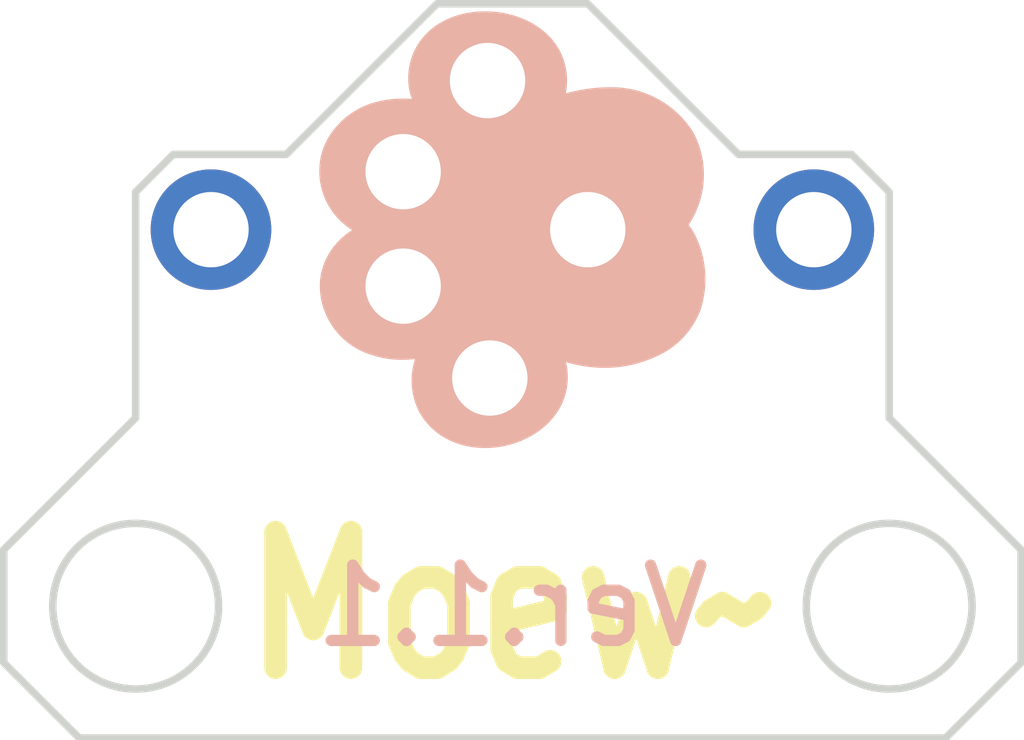
<source format=kicad_pcb>
(kicad_pcb (version 20241229) (generator "pcbnew") (generator_version "9.0")
  (layers (0 "F.Cu" signal) (2 "B.Cu" signal) (13 "F.Paste" user) (15 "B.Paste" user) (5 "F.SilkS" user "F.Silkscreen") (7 "B.SilkS" user "B.Silkscreen") (1 "F.Mask" user) (3 "B.Mask" user) (25 "Edge.Cuts" user))
  (net 0 "")
  (footprint "Local:moew_adapter" (layer "F.Cu") (at 167 99.25 90)
    (property "Reference" "J2" (hide yes))
    (property "Value" "Conn_01x05_Male" (hide yes))
    (fp_poly (pts (xy -1.282575 -1.750463) (xy -1.275234 -1.773602) (xy -1.266977 -1.796242) (xy -1.257828 -1.818366) (xy -1.247813 -1.839956) (xy -1.236957 -1.860995) (xy -1.225283 -1.881465) (xy -1.212816 -1.901348) (xy -1.199581 -1.920627) (xy -1.185604 -1.939284) (xy -1.170907 -1.957301) (xy -1.155517 -1.974662) (xy -1.139457 -1.991347) (xy -1.122752 -2.007339) (xy -1.105428 -2.022622) (xy -1.087508 -2.037176) (xy -1.069017 -2.050986) (xy -1.04998 -2.064032) (xy -1.030422 -2.076297) (xy -1.010367 -2.087764) (xy -0.98984 -2.098415) (xy -0.968865 -2.108233) (xy -0.947468 -2.117199) (xy -0.925672 -2.125296) (xy -0.903503 -2.132506) (xy -0.880985 -2.138813) (xy -0.858143 -2.144197) (xy -0.835001 -2.148642) (xy -0.811585 -2.15213) (xy -0.787918 -2.154643) (xy -0.764025 -2.156164) (xy -0.739932 -2.156674) (xy -0.715662 -2.156157) (xy -0.661946 -2.147831) (xy -0.611072 -2.133868) (xy -0.563061 -2.114607) (xy -0.517937 -2.090388) (xy -0.475722 -2.061548) (xy -0.436437 -2.028428) (xy -0.400107 -1.991366) (xy -0.366752 -1.950702) (xy -0.336396 -1.906775) (xy -0.309061 -1.859924) (xy -0.284769 -1.810488) (xy -0.263543 -1.758806) (xy -0.245405 -1.705217) (xy -0.230377 -1.650061) (xy -0.218483 -1.593676) (xy -0.209744 -1.536402) (xy -0.204183 -1.478578) (xy -0.201823 -1.420543) (xy -0.202685 -1.362636) (xy -0.206792 -1.305197) (xy -0.214167 -1.248563) (xy -0.224832 -1.193076) (xy -0.238809 -1.139073) (xy -0.256121 -1.086893) (xy -0.276791 -1.036877) (xy -0.30084 -0.989362) (xy -0.328291 -0.944689) (xy -0.359167 -0.903196) (xy -0.39349 -0.865223) (xy -0.431283 -0.831108) (xy -0.472567 -0.801191) (xy -0.517365 -0.77581) (xy -0.572854 -0.75108) (xy -0.626773 -0.732306) (xy -0.679077 -0.719247) (xy -0.729718 -0.711666) (xy -0.77865 -0.709321) (xy -0.825826 -0.711974) (xy -0.871199 -0.719385) (xy -0.914722 -0.731315) (xy -0.956348 -0.747523) (xy -0.996031 -0.767772) (xy -1.033724 -0.79182) (xy -1.069379 -0.819429) (xy -1.102951 -0.850359) (xy -1.134392 -0.88437) (xy -1.163655 -0.921223) (xy -1.190694 -0.960679) (xy -1.215461 -1.002498) (xy -1.237911 -1.04644) (xy -1.257995 -1.092266) (xy -1.275668 -1.139736) (xy -1.290882 -1.188612) (xy -1.303591 -1.238652) (xy -1.313747 -1.289619) (xy -1.321304 -1.341272) (xy -1.326216 -1.393372) (xy -1.328434 -1.445679) (xy -1.327913 -1.497954) (xy -1.324606 -1.549957) (xy -1.318465 -1.601449) (xy -1.309444 -1.652191) (xy -1.297496 -1.701942) (xy -1.282575 -1.750463)) (stroke (width 0.8)) (fill yes) (layer "B.SilkS"))
    (fp_poly (pts (xy 1.501684 -0.555007) (xy 1.51379 -0.59341) (xy 1.528305 -0.630626) (xy 1.545137 -0.666565) (xy 1.564196 -0.70114) (xy 1.58539 -0.73426) (xy 1.608628 -0.765837) (xy 1.633819 -0.795781) (xy 1.660871 -0.824003) (xy 1.689695 -0.850415) (xy 1.720197 -0.874926) (xy 1.752288 -0.897448) (xy 1.785876 -0.917893) (xy 1.82087 -0.93617) (xy 1.857179 -0.95219) (xy 1.894712 -0.965865) (xy 1.933377 -0.977105) (xy 1.96546 -0.981579) (xy 1.997481 -0.983722) (xy 2.02933 -0.983578) (xy 2.060899 -0.981194) (xy 2.092076 -0.976613) (xy 2.122754 -0.969881) (xy 2.152821 -0.961044) (xy 2.182168 -0.950145) (xy 2.210686 -0.937231) (xy 2.238265 -0.922347) (xy 2.264796 -0.905538) (xy 2.290168 -0.886848) (xy 2.314271 -0.866323) (xy 2.336997 -0.844008) (xy 2.358235 -0.819949) (xy 2.377877 -0.79419) (xy 2.401867 -0.757512) (xy 2.42321 -0.718372) (xy 2.441916 -0.677031) (xy 2.457994 -0.633746) (xy 2.471455 -0.588777) (xy 2.482307 -0.542383) (xy 2.490561 -0.494821) (xy 2.496227 -0.446352) (xy 2.499314 -0.397234) (xy 2.499832 -0.347725) (xy 2.497791 -0.298086) (xy 2.493201 -0.248574) (xy 2.486071 -0.199448) (xy 2.476412 -0.150968) (xy 2.464233 -0.103391) (xy 2.449543 -0.056978) (xy 2.432354 -0.011987) (xy 2.412674 0.031324) (xy 2.390513 0.072696) (xy 2.365881 0.111868) (xy 2.338788 0.148584) (xy 2.309244 0.182584) (xy 2.277258 0.213608) (xy 2.24284 0.241399) (xy 2.206001 0.265697) (xy 2.166749 0.286244) (xy 2.125095 0.30278) (xy 2.081048 0.315048) (xy 2.034619 0.322787) (xy 1.985816 0.325739) (xy 1.93465 0.323645) (xy 1.881131 0.316247) (xy 1.845305 0.308285) (xy 1.81116 0.298072) (xy 1.778682 0.28571) (xy 1.747859 0.271298) (xy 1.718677 0.254938) (xy 1.691121 0.23673) (xy 1.665179 0.216775) (xy 1.640838 0.195175) (xy 1.618083 0.172029) (xy 1.596902 0.147439) (xy 1.57728 0.121505) (xy 1.559205 0.094328) (xy 1.542663 0.06601) (xy 1.52764 0.036649) (xy 1.514123 0.006349) (xy 1.502098 -0.024792) (xy 1.491553 -0.056671) (xy 1.482473 -0.089189) (xy 1.474845 -0.122244) (xy 1.468655 -0.155735) (xy 1.463891 -0.189563) (xy 1.460538 -0.223625) (xy 1.458584 -0.257822) (xy 1.458014 -0.292052) (xy 1.458815 -0.326215) (xy 1.460974 -0.36021) (xy 1.464477 -0.393936) (xy 1.469311 -0.427293) (xy 1.475462 -0.460179) (xy 1.482917 -0.492494) (xy 1.491662 -0.524137) (xy 1.501684 -0.555007)) (stroke (width 0.8)) (fill yes) (layer "B.SilkS"))
    (fp_poly (pts (xy -2.155734 0.289718) (xy -2.191398 0.269556) (xy -2.225333 0.246418) (xy -2.257498 0.220495) (xy -2.287852 0.191979) (xy -2.316355 0.161061) (xy -2.342965 0.127933) (xy -2.367644 0.092786) (xy -2.390349 0.055811) (xy -2.41104 0.017201) (xy -2.429678 -0.022855) (xy -2.44622 -0.064163) (xy -2.460627 -0.106534) (xy -2.472858 -0.149774) (xy -2.482872 -0.193694) (xy -2.490629 -0.238101) (xy -2.496089 -0.282804) (xy -2.49921 -0.327612) (xy -2.499952 -0.372333) (xy -2.498274 -0.416775) (xy -2.494137 -0.460748) (xy -2.487499 -0.50406) (xy -2.478319 -0.546519) (xy -2.466558 -0.587934) (xy -2.452174 -0.628114) (xy -2.435127 -0.666866) (xy -2.415377 -0.704001) (xy -2.392882 -0.739325) (xy -2.367602 -0.772649) (xy -2.339498 -0.80378) (xy -2.308527 -0.832526) (xy -2.274649 -0.858698) (xy -2.237825 -0.882102) (xy -2.21519 -0.892844) (xy -2.192283 -0.902419) (xy -2.169142 -0.910838) (xy -2.145803 -0.918111) (xy -2.122303 -0.924248) (xy -2.098677 -0.929259) (xy -2.074964 -0.933153) (xy -2.051199 -0.935941) (xy -2.027419 -0.937633) (xy -2.003661 -0.938239) (xy -1.97996 -0.937769) (xy -1.956355 -0.936232) (xy -1.909575 -0.930001) (xy -1.863612 -0.919624) (xy -1.818761 -0.905183) (xy -1.775313 -0.886757) (xy -1.754207 -0.876075) (xy -1.733561 -0.864426) (xy -1.713413 -0.851821) (xy -1.693799 -0.838271) (xy -1.674755 -0.823783) (xy -1.656318 -0.80837) (xy -1.638525 -0.792041) (xy -1.621412 -0.774805) (xy -1.605015 -0.756673) (xy -1.589372 -0.737655) (xy -1.574519 -0.717761) (xy -1.560493 -0.697) (xy -1.532472 -0.651193) (xy -1.507995 -0.603946) (xy -1.487068 -0.555453) (xy -1.469694 -0.505905) (xy -1.45588 -0.455496) (xy -1.445629 -0.404418) (xy -1.438947 -0.352864) (xy -1.435838 -0.301026) (xy -1.436308 -0.249098) (xy -1.440362 -0.197271) (xy -1.448004 -0.145738) (xy -1.459239 -0.094692) (xy -1.474072 -0.044326) (xy -1.492508 0.005169) (xy -1.514551 0.053598) (xy -1.540208 0.10077) (xy -1.549916 0.115077) (xy -1.560081 0.12902) (xy -1.570691 0.142591) (xy -1.581735 0.155779) (xy -1.593203 0.168574) (xy -1.605083 0.180968) (xy -1.617366 0.19295) (xy -1.630039 0.204511) (xy -1.643092 0.215642) (xy -1.656514 0.226332) (xy -1.670294 0.236572) (xy -1.684421 0.246353) (xy -1.698885 0.255664) (xy -1.713674 0.264497) (xy -1.728777 0.272841) (xy -1.744184 0.280687) (xy -1.768383 0.293025) (xy -1.793123 0.3038) (xy -1.81833 0.313011) (xy -1.843933 0.320657) (xy -1.869859 0.326736) (xy -1.896036 0.331246) (xy -1.922391 0.334185) (xy -1.948854 0.335553) (xy -1.975351 0.335347) (xy -2.001811 0.333567) (xy -2.02816 0.330209) (xy -2.054328 0.325274) (xy -2.080241 0.318759) (xy -2.105828 0.310662) (xy -2.131016 0.300982) (xy -2.155734 0.289718)) (stroke (width 0.8)) (fill yes) (layer "B.SilkS"))
    (fp_poly (pts (xy 1.006455 -2.106592) (xy 1.035238 -2.089187) (xy 1.062929 -2.070385) (xy 1.089488 -2.050241) (xy 1.114874 -2.02881) (xy 1.139047 -2.006146) (xy 1.161966 -1.982303) (xy 1.183593 -1.957337) (xy 1.203885 -1.931301) (xy 1.222803 -1.90425) (xy 1.240307 -1.876238) (xy 1.256356 -1.847321) (xy 1.27091 -1.817552) (xy 1.283929 -1.786987) (xy 1.295373 -1.755679) (xy 1.3052 -1.723684) (xy 1.313372 -1.691055) (xy 1.322905 -1.647627) (xy 1.330466 -1.60397) (xy 1.33606 -1.560151) (xy 1.339697 -1.516233) (xy 1.341384 -1.472281) (xy 1.341127 -1.42836) (xy 1.338936 -1.384533) (xy 1.334816 -1.340866) (xy 1.328776 -1.297423) (xy 1.320824 -1.254268) (xy 1.310966 -1.211466) (xy 1.299211 -1.169082) (xy 1.285565 -1.12718) (xy 1.270036 -1.085824) (xy 1.252633 -1.045079) (xy 1.233361 -1.00501) (xy 1.219169 -0.982096) (xy 1.204028 -0.960116) (xy 1.18798 -0.939082) (xy 1.171065 -0.919004) (xy 1.153326 -0.899897) (xy 1.134805 -0.881771) (xy 1.115542 -0.864639) (xy 1.095579 -0.848513) (xy 1.074958 -0.833405) (xy 1.05372 -0.819327) (xy 1.031907 -0.806292) (xy 1.009561 -0.794312) (xy 0.986722 -0.783398) (xy 0.963432 -0.773563) (xy 0.939734 -0.764819) (xy 0.915668 -0.757178) (xy 0.891276 -0.750653) (xy 0.866599 -0.745255) (xy 0.841679 -0.740996) (xy 0.816558 -0.737889) (xy 0.791277 -0.735946) (xy 0.765878 -0.735179) (xy 0.740401 -0.7356) (xy 0.71489 -0.737222) (xy 0.689384 -0.740056) (xy 0.663926 -0.744114) (xy 0.638558 -0.749409) (xy 0.61332 -0.755953) (xy 0.588255 -0.763758) (xy 0.563403 -0.772836) (xy 0.538807 -0.783199) (xy 0.514507 -0.794859) (xy 0.479556 -0.814193) (xy 0.446922 -0.83553) (xy 0.416558 -0.858765) (xy 0.388418 -0.883791) (xy 0.362455 -0.910503) (xy 0.338622 -0.938794) (xy 0.316873 -0.968557) (xy 0.29716 -0.999688) (xy 0.279438 -1.032079) (xy 0.263658 -1.065625) (xy 0.249776 -1.100219) (xy 0.237743 -1.135756) (xy 0.227514 -1.172128) (xy 0.219041 -1.20923) (xy 0.212277 -1.246955) (xy 0.207177 -1.285198) (xy 0.203692 -1.323852) (xy 0.201778 -1.362811) (xy 0.20247 -1.44122) (xy 0.208879 -1.519576) (xy 0.220632 -1.597027) (xy 0.237354 -1.672727) (xy 0.258673 -1.745824) (xy 0.284213 -1.815469) (xy 0.313601 -1.880814) (xy 0.323245 -1.898637) (xy 0.333508 -1.915972) (xy 0.344371 -1.932809) (xy 0.355815 -1.949138) (xy 0.367822 -1.96495) (xy 0.380373 -1.980234) (xy 0.39345 -1.994981) (xy 0.407033 -2.009181) (xy 0.421105 -2.022823) (xy 0.435647 -2.035898) (xy 0.45064 -2.048396) (xy 0.466066 -2.060306) (xy 0.481906 -2.07162) (xy 0.498142 -2.082327) (xy 0.514754 -2.092417) (xy 0.531724 -2.101881) (xy 0.549034 -2.110708) (xy 0.566666 -2.118888) (xy 0.584599 -2.126412) (xy 0.602817 -2.133269) (xy 0.6213 -2.13945) (xy 0.640029 -2.144945) (xy 0.658987 -2.149743) (xy 0.678154 -2.153836) (xy 0.697513 -2.157212) (xy 0.717043 -2.159863) (xy 0.736728 -2.161778) (xy 0.756547 -2.162947) (xy 0.776483 -2.16336) (xy 0.796517 -2.163008) (xy 0.816631 -2.16188) (xy 0.836805 -2.159967) (xy 0.847909 -2.158478) (xy 0.858965 -2.156737) (xy 0.86997 -2.154744) (xy 0.88092 -2.152502) (xy 0.89181 -2.150012) (xy 0.902635 -2.147274) (xy 0.913393 -2.14429) (xy 0.924078 -2.141062) (xy 0.934687 -2.137591) (xy 0.945215 -2.133878) (xy 0.955659 -2.129924) (xy 0.966013 -2.125731) (xy 0.976274 -2.1213) (xy 0.986437 -2.116632) (xy 0.996499 -2.111729) (xy 1.006455 -2.106592)) (stroke (width 0.8)) (fill yes) (layer "B.SilkS"))
    (fp_poly (pts (xy 0.03586 1.917326) (xy 0.030427 1.917326) (xy 0.01918 1.918126) (xy 0.008198 1.919508) (xy -0.002535 1.921441) (xy -0.013033 1.923892) (xy -0.023311 1.926832) (xy -0.033383 1.93023) (xy -0.043264 1.934053) (xy -0.052969 1.938272) (xy -0.071908 1.947772) (xy -0.090318 1.95848) (xy -0.108315 1.970148) (xy -0.126017 1.982528) (xy -0.196213 2.034206) (xy -0.214196 2.046423) (xy -0.232586 2.057862) (xy -0.2515 2.068276) (xy -0.261191 2.073021) (xy -0.271057 2.077416) (xy -0.310114 2.094281) (xy -0.349755 2.109278) (xy -0.389915 2.122404) (xy -0.430528 2.133655) (xy -0.471528 2.143025) (xy -0.512851 2.15051) (xy -0.554429 2.156107) (xy -0.596199 2.159811) (xy -0.638093 2.161618) (xy -0.680046 2.161522) (xy -0.721993 2.159521) (xy -0.763869 2.15561) (xy -0.805606 2.149783) (xy -0.847141 2.142038) (xy -0.888407 2.132369) (xy -0.929338 2.120773) (xy -0.960545 2.108025) (xy -0.990966 2.093833) (xy -1.020557 2.078236) (xy -1.049277 2.061275) (xy -1.077082 2.042989) (xy -1.103929 2.023418) (xy -1.129776 2.002602) (xy -1.154581 1.980581) (xy -1.1783 1.957395) (xy -1.20089 1.933083) (xy -1.222309 1.907685) (xy -1.242514 1.881242) (xy -1.261462 1.853793) (xy -1.279111 1.825378) (xy -1.295417 1.796036) (xy -1.310338 1.765808) (xy -1.341009 1.697859) (xy -1.367141 1.629503) (xy -1.388856 1.560821) (xy -1.406275 1.491892) (xy -1.41952 1.422794) (xy -1.428712 1.353607) (xy -1.433973 1.284412) (xy -1.435424 1.215286) (xy -1.433187 1.146309) (xy -1.427382 1.077561) (xy -1.418132 1.00912) (xy -1.405558 0.941067) (xy -1.389782 0.87348) (xy -1.370923 0.806439) (xy -1.324449 0.674311) (xy -1.267107 0.545318) (xy -1.199869 0.420095) (xy -1.123707 0.299276) (xy -1.039591 0.183495) (xy -0.948493 0.073387) (xy -0.851385 -0.030413) (xy -0.749239 -0.127271) (xy -0.643025 -0.216553) (xy -0.614659 -0.24076) (xy -0.585703 -0.264186) (xy -0.556173 -0.286821) (xy -0.526085 -0.308657) (xy -0.495457 -0.329683) (xy -0.464306 -0.34989) (xy -0.432647 -0.369269) (xy -0.400498 -0.387811) (xy -0.367875 -0.405506) (xy -0.334795 -0.422345) (xy -0.301275 -0.438318) (xy -0.267331 -0.453417) (xy -0.23298 -0.467632) (xy -0.198239 -0.480953) (xy -0.163125 -0.493371) (xy -0.127653 -0.504878) (xy -0.093564 -0.512301) (xy -0.059444 -0.517579) (xy -0.025317 -0.520792) (xy 0.008794 -0.52202) (xy 0.042863 -0.521343) (xy 0.076866 -0.518842) (xy 0.11078 -0.514597) (xy 0.144579 -0.508688) (xy 0.178241 -0.501195) (xy 0.21174 -0.492199) (xy 0.278153 -0.470016) (xy 0.343626 -0.442783) (xy 0.407965 -0.41114) (xy 0.470975 -0.37573) (xy 0.532463 -0.337194) (xy 0.592235 -0.296175) (xy 0.650097 -0.253314) (xy 0.705856 -0.209253) (xy 0.759317 -0.164634) (xy 0.858572 -0.076289) (xy 0.935548 -0.006464) (xy 1.007986 0.067211) (xy 1.075788 0.144512) (xy 1.138856 0.225213) (xy 1.197092 0.309088) (xy 1.250398 0.395912) (xy 1.298675 0.48546) (xy 1.341825 0.577507) (xy 1.379752 0.671826) (xy 1.412356 0.768193) (xy 1.439539 0.866381) (xy 1.461203 0.966166) (xy 1.477251 1.067323) (xy 1.487584 1.169625) (xy 1.492104 1.272848) (xy 1.490713 1.376765) (xy 1.485903 1.428226) (xy 1.478117 1.478995) (xy 1.467419 1.528962) (xy 1.453876 1.578014) (xy 1.437553 1.626039) (xy 1.418516 1.672925) (xy 1.39683 1.718559) (xy 1.372563 1.76283) (xy 1.345779 1.805625) (xy 1.316543 1.846832) (xy 1.284923 1.886339) (xy 1.250983 1.924034) (xy 1.21479 1.959805) (xy 1.176409 1.993539) (xy 1.135905 2.025125) (xy 1.093346 2.05445) (xy 1.04504 2.077186) (xy 0.995722 2.096492) (xy 0.945564 2.112379) (xy 0.894735 2.124854) (xy 0.843405 2.133927) (xy 0.791744 2.139608) (xy 0.739922 2.141904) (xy 0.68811 2.140826) (xy 0.636478 2.136382) (xy 0.585196 2.128582) (xy 0.534433 2.117434) (xy 0.484361 2.102948) (xy 0.435149 2.085132) (xy 0.386967 2.063996) (xy 0.339985 2.039549) (xy 0.294374 2.0118) (xy 0.279911 2.001979) (xy 0.265159 1.992658) (xy 0.250134 1.983841) (xy 0.234847 1.975533) (xy 0.219313 1.96774) (xy 0.203544 1.960465) (xy 0.187554 1.953715) (xy 0.171355 1.947493) (xy 0.154962 1.941804) (xy 0.138387 1.936654) (xy 0.121643 1.932046) (xy 0.104744 1.927987) (xy 0.087703 1.924481) (xy 0.070533 1.921532) (xy 0.053248 1.919145) (xy 0.03586 1.917326)) (stroke (width 0.8)) (fill yes) (layer "B.SilkS"))
    (pad "1" thru_hole circle (at 0 1 90) (size 1.6 1.6) (drill 1) (layers "*.Cu" "*.Mask"))
    (pad "2" thru_hole custom (at -1.97 -0.3 90) (size 1 1) (drill 1) (layers "*.Cu" "*.Mask") (options (clearance outline) (anchor circle)) (primitives (gr_poly (pts (xy 0.445878 -0.421412) (xy 0.430645 -0.443986) (xy 0.414509 -0.465614) (xy 0.397511 -0.486284) (xy 0.379691 -0.505985) (xy 0.361089 -0.524707) (xy 0.341745 -0.542439) (xy 0.3217 -0.559171) (xy 0.300993 -0.57489) (xy 0.279666 -0.589587) (xy 0.257757 -0.60325) (xy 0.235307 -0.615868) (xy 0.212357 -0.627432) (xy 0.188946 -0.637929) (xy 0.165114 -0.64735) (xy 0.140902 -0.655682) (xy 0.11635 -0.662916) (xy 0.091498 -0.66904) (xy 0.066387 -0.674044) (xy 0.041055 -0.677917) (xy 0.015544 -0.680647) (xy -0.010107 -0.682225) (xy -0.035856 -0.682639) (xy -0.061665 -0.681878) (xy -0.087493 -0.679932) (xy -0.1133 -0.676789) (xy -0.139045 -0.672439) (xy -0.164689 -0.666871) (xy -0.190191 -0.660073) (xy -0.215511 -0.652036) (xy -0.240609 -0.642749) (xy -0.265445 -0.6322) (xy -0.289979 -0.620378) (xy -0.307933 -0.60833) (xy -0.325381 -0.59573) (xy -0.342315 -0.582595) (xy -0.358726 -0.568942) (xy -0.374608 -0.554787) (xy -0.389951 -0.540145) (xy -0.404748 -0.525034) (xy -0.418991 -0.509469) (xy -0.432672 -0.493466) (xy -0.445784 -0.477043) (xy -0.458317 -0.460215) (xy -0.470264 -0.442998) (xy -0.481617 -0.425409) (xy -0.492368 -0.407464) (xy -0.50251 -0.389179) (xy -0.512033 -0.370571) (xy -0.52093 -0.351655) (xy -0.529194 -0.332449) (xy -0.536816 -0.312967) (xy -0.543788 -0.293227) (xy -0.550102 -0.273245) (xy -0.55575 -0.253037) (xy -0.560725 -0.23262) (xy -0.565018 -0.212009) (xy -0.568621 -0.19122) (xy -0.571526 -0.170271) (xy -0.573726 -0.149177) (xy -0.575212 -0.127955) (xy -0.575976 -0.10662) (xy -0.576011 -0.08519) (xy -0.575308 -0.06368) (xy -0.573859 -0.042106) (xy -0.572962 0.008844) (xy -0.568762 0.059235) (xy -0.561337 0.108929) (xy -0.550762 0.157789) (xy -0.537111 0.205677) (xy -0.520461 0.252456) (xy -0.500888 0.297988) (xy -0.478465 0.342136) (xy -0.45327 0.384762) (xy -0.425377 0.425728) (xy -0.394861 0.464898) (xy -0.361799 0.502134) (xy -0.326266 0.537298) (xy -0.288337 0.570252) (xy -0.248088 0.60086) (xy -0.205593 0.628983) (xy -0.193388 0.635046) (xy -0.181026 0.640733) (xy -0.168517 0.646041) (xy -0.155869 0.650968) (xy -0.14309 0.655513) (xy -0.130191 0.659673) (xy -0.11718 0.663446) (xy -0.104065 0.66683) (xy -0.090855 0.669823) (xy -0.077559 0.672423) (xy -0.064186 0.674627) (xy -0.050744 0.676433) (xy -0.037243 0.67784) (xy -0.023691 0.678845) (xy -0.010097 0.679446) (xy 0.003531 0.679641) (xy 0.038369 0.677854) (xy 0.072803 0.673973) (xy 0.106751 0.668044) (xy 0.140131 0.660111) (xy 0.17286 0.65022) (xy 0.204858 0.638415) (xy 0.236042 0.624742) (xy 0.26633 0.609245) (xy 0.295641 0.59197) (xy 0.323891 0.572962) (xy 0.351 0.552266) (xy 0.376886 0.529927) (xy 0.401465 0.50599) (xy 0.424657 0.4805) (xy 0.44638 0.453502) (xy 0.466551 0.425041) (xy 0.493921 0.375041) (xy 0.517447 0.323694) (xy 0.537132 0.271205) (xy 0.552982 0.21778) (xy 0.565002 0.163625) (xy 0.573197 0.108946) (xy 0.577572 0.053948) (xy 0.578132 -0.001163) (xy 0.574883 -0.05618) (xy 0.567828 -0.110899) (xy 0.556973 -0.165113) (xy 0.542324 -0.218617) (xy 0.523885 -0.271204) (xy 0.501661 -0.32267) (xy 0.475657 -0.372808)) (width 0.1) (fill yes))))
    (pad "3" thru_hole custom (at -0.75 -1.45 90) (size 1 1) (drill 1) (layers "*.Cu" "*.Mask") (options (clearance outline) (anchor circle)) (primitives (gr_poly (pts (xy -0.027256 0.784397) (xy -0.009031 0.783813) (xy 0.009144 0.782706) (xy 0.027257 0.781079) (xy 0.045297 0.778934) (xy 0.063254 0.776275) (xy 0.081116 0.773103) (xy 0.098873 0.769423) (xy 0.116513 0.765236) (xy 0.134026 0.760546) (xy 0.151401 0.755354) (xy 0.168628 0.749665) (xy 0.185694 0.74348) (xy 0.20259 0.736803) (xy 0.219304 0.729635) (xy 0.235825 0.721981) (xy 0.252143 0.713842) (xy 0.278068 0.695523) (xy 0.303092 0.676314) (xy 0.327202 0.656248) (xy 0.350386 0.635356) (xy 0.372632 0.613672) (xy 0.393929 0.591228) (xy 0.414264 0.568056) (xy 0.433624 0.544189) (xy 0.451999 0.51966) (xy 0.469375 0.4945) (xy 0.485741 0.468742) (xy 0.501085 0.442419) (xy 0.515394 0.415563) (xy 0.528657 0.388206) (xy 0.540861 0.360382) (xy 0.551994 0.332123) (xy 0.562045 0.30346) (xy 0.571 0.274427) (xy 0.578849 0.245056) (xy 0.585579 0.215379) (xy 0.591177 0.185429) (xy 0.595633 0.155239) (xy 0.598933 0.12484) (xy 0.601066 0.094266) (xy 0.602019 0.063549) (xy 0.60178 0.03272) (xy 0.600339 0.001814) (xy 0.597681 -0.029138) (xy 0.593796 -0.060104) (xy 0.58867 -0.09105) (xy 0.582293 -0.121945) (xy 0.574652 -0.152756) (xy 0.572092 -0.180546) (xy 0.568387 -0.208004) (xy 0.563559 -0.235105) (xy 0.557632 -0.261823) (xy 0.550629 -0.288131) (xy 0.542573 -0.314005) (xy 0.533486 -0.339419) (xy 0.523392 -0.364346) (xy 0.512314 -0.388762) (xy 0.500275 -0.41264) (xy 0.473406 -0.458682) (xy 0.442969 -0.502265) (xy 0.409149 -0.543184) (xy 0.37213 -0.581234) (xy 0.332097 -0.616209) (xy 0.289234 -0.647904) (xy 0.266799 -0.662457) (xy 0.243725 -0.676112) (xy 0.220037 -0.688845) (xy 0.195756 -0.700629) (xy 0.170906 -0.711438) (xy 0.14551 -0.721248) (xy 0.11959 -0.730031) (xy 0.093171 -0.737764) (xy 0.066275 -0.744419) (xy 0.038925 -0.749971) (xy 0.0127 -0.750777) (xy -0.013341 -0.75046) (xy -0.039171 -0.74904) (xy -0.064762 -0.746536) (xy -0.090089 -0.742968) (xy -0.115122 -0.738354) (xy -0.164203 -0.726068) (xy -0.211788 -0.709833) (xy -0.257659 -0.689801) (xy -0.301599 -0.666129) (xy -0.343391 -0.63897) (xy -0.382817 -0.608478) (xy -0.419661 -0.574808) (xy -0.453704 -0.538113) (xy -0.484729 -0.498549) (xy -0.51252 -0.45627) (xy -0.525134 -0.43416) (xy -0.536858 -0.411429) (xy -0.547665 -0.388096) (xy -0.557527 -0.364181) (xy -0.566417 -0.339702) (xy -0.574308 -0.31468) (xy -0.593501 -0.250679) (xy -0.608082 -0.186067) (xy -0.618103 -0.121066) (xy -0.623613 -0.055902) (xy -0.624664 0.009203) (xy -0.621304 0.074024) (xy -0.613585 0.138338) (xy -0.601557 0.201919) (xy -0.585269 0.264546) (xy -0.564773 0.325992) (xy -0.540118 0.386036) (xy -0.511354 0.444452) (xy -0.478533 0.501016) (xy -0.441703 0.555505) (xy -0.400916 0.607695) (xy -0.356221 0.657362) (xy -0.339019 0.672255) (xy -0.321212 0.686282) (xy -0.302835 0.699428) (xy -0.283922 0.711682) (xy -0.264505 0.723031) (xy -0.244618 0.73346) (xy -0.224295 0.742958) (xy -0.203569 0.751512) (xy -0.182472 0.759109) (xy -0.16104 0.765735) (xy -0.139305 0.771379) (xy -0.1173 0.776026) (xy -0.09506 0.779664) (xy -0.072617 0.782281) (xy -0.050005 0.783863)) (width 0.1) (fill yes))))
    (pad "4" thru_hole custom (at 0.77 -1.45 90) (size 1 1) (drill 1) (layers "*.Cu" "*.Mask") (options (clearance outline) (anchor circle)) (primitives (gr_poly (pts (xy -0.275636 0.694474) (xy -0.259863 0.702191) (xy -0.243894 0.709428) (xy -0.22774 0.716183) (xy -0.211412 0.722452) (xy -0.19492 0.728234) (xy -0.178277 0.733526) (xy -0.161492 0.738324) (xy -0.144577 0.742627) (xy -0.127543 0.746432) (xy -0.110402 0.749735) (xy -0.093163 0.752536) (xy -0.075838 0.75483) (xy -0.058439 0.756615) (xy -0.040976 0.757889) (xy -0.02346 0.758648) (xy -0.005903 0.758891) (xy 0.033261 0.757976) (xy 0.071952 0.754446) (xy 0.11006 0.748364) (xy 0.147475 0.739796) (xy 0.184085 0.728804) (xy 0.219778 0.715453) (xy 0.254445 0.699808) (xy 0.287974 0.68193) (xy 0.320254 0.661886) (xy 0.351174 0.639738) (xy 0.380623 0.615551) (xy 0.408491 0.589388) (xy 0.434665 0.561314) (xy 0.459036 0.531393) (xy 0.481492 0.499688) (xy 0.501922 0.466263) (xy 0.522028 0.424337) (xy 0.540191 0.381708) (xy 0.556402 0.338445) (xy 0.570654 0.294614) (xy 0.582938 0.250282) (xy 0.593248 0.205515) (xy 0.601574 0.160381) (xy 0.60791 0.114945) (xy 0.612247 0.069276) (xy 0.614577 0.023439) (xy 0.614894 -0.022499) (xy 0.613188 -0.06847) (xy 0.609452 -0.114408) (xy 0.603679 -0.160247) (xy 0.59586 -0.205918) (xy 0.585988 -0.251357) (xy 0.577209 -0.286267) (xy 0.566658 -0.320497) (xy 0.554376 -0.353989) (xy 0.540409 -0.386684) (xy 0.524798 -0.418523) (xy 0.507586 -0.449449) (xy 0.488819 -0.479403) (xy 0.468537 -0.508327) (xy 0.446785 -0.536161) (xy 0.423607 -0.562848) (xy 0.399044 -0.58833) (xy 0.373141 -0.612547) (xy 0.34594 -0.635442) (xy 0.317486 -0.656957) (xy 0.28782 -0.677032) (xy 0.256987 -0.695609) (xy 0.256988 -0.695785) (xy 0.246139 -0.701344) (xy 0.235178 -0.706651) (xy 0.224107 -0.711704) (xy 0.212932 -0.716501) (xy 0.201657 -0.721043) (xy 0.190286 -0.725327) (xy 0.178825 -0.729351) (xy 0.167276 -0.733115) (xy 0.155646 -0.736617) (xy 0.143938 -0.739855) (xy 0.132157 -0.742829) (xy 0.120307 -0.745536) (xy 0.108393 -0.747976) (xy 0.096418 -0.750147) (xy 0.084389 -0.752047) (xy 0.072309 -0.753676) (xy 0.028543 -0.757015) (xy -0.01488 -0.756979) (xy -0.057796 -0.753654) (xy -0.100045 -0.747128) (xy -0.141464 -0.737485) (xy -0.181892 -0.724813) (xy -0.221166 -0.709199) (xy -0.259124 -0.690727) (xy -0.295605 -0.669486) (xy -0.330445 -0.645562) (xy -0.363484 -0.61904) (xy -0.394559 -0.590007) (xy -0.423508 -0.558551) (xy -0.450169 -0.524756) (xy -0.474381 -0.48871) (xy -0.49598 -0.450499) (xy -0.525445 -0.385151) (xy -0.551555 -0.314611) (xy -0.573795 -0.239815) (xy -0.591647 -0.161698) (xy -0.604595 -0.081194) (xy -0.612123 0.000761) (xy -0.613714 0.083233) (xy -0.608852 0.165286) (xy -0.597019 0.245987) (xy -0.588327 0.285538) (xy -0.577699 0.324399) (xy -0.565071 0.362456) (xy -0.550377 0.399589) (xy -0.533553 0.435683) (xy -0.514534 0.470621) (xy -0.493257 0.504286) (xy -0.469656 0.536561) (xy -0.443666 0.567328) (xy -0.415224 0.596472) (xy -0.384264 0.623876) (xy -0.350723 0.649422) (xy -0.314535 0.672994)) (width 0.1) (fill yes))))
    (pad "5" thru_hole custom (at 1.98 -0.33 90) (size 1 1) (drill 1) (layers "*.Cu" "*.Mask") (options (clearance outline) (anchor circle)) (primitives (gr_poly (pts (xy 0.433613 -0.489943) (xy 0.423014 -0.504265) (xy 0.411966 -0.518128) (xy 0.400484 -0.531528) (xy 0.388583 -0.544456) (xy 0.376277 -0.556908) (xy 0.363581 -0.568878) (xy 0.35051 -0.580358) (xy 0.33708 -0.591343) (xy 0.323304 -0.601828) (xy 0.309199 -0.611805) (xy 0.280056 -0.630213) (xy 0.249772 -0.646519) (xy 0.218464 -0.660673) (xy 0.186252 -0.672628) (xy 0.153254 -0.682334) (xy 0.11959 -0.689742) (xy 0.102546 -0.692569) (xy 0.085379 -0.694803) (xy 0.068105 -0.696438) (xy 0.050739 -0.697469) (xy 0.033296 -0.697888) (xy 0.01579 -0.69769) (xy -0.001763 -0.696868) (xy -0.019349 -0.695417) (xy -0.036953 -0.693331) (xy -0.05456 -0.690602) (xy -0.096188 -0.678846) (xy -0.136608 -0.664449) (xy -0.175721 -0.647507) (xy -0.213429 -0.628118) (xy -0.24963 -0.606377) (xy -0.284226 -0.582382) (xy -0.317117 -0.556229) (xy -0.348204 -0.528014) (xy -0.377386 -0.497833) (xy -0.404564 -0.465784) (xy -0.429639 -0.431962) (xy -0.452511 -0.396465) (xy -0.473081 -0.359388) (xy -0.491248 -0.320829) (xy -0.506914 -0.280883) (xy -0.519979 -0.239647) (xy -0.533318 -0.197974) (xy -0.544416 -0.155867) (xy -0.553282 -0.113413) (xy -0.55992 -0.070697) (xy -0.564338 -0.027805) (xy -0.566543 0.015175) (xy -0.56654 0.058159) (xy -0.564337 0.10106) (xy -0.559941 0.143792) (xy -0.553357 0.186268) (xy -0.544593 0.228404) (xy -0.533655 0.270112) (xy -0.52055 0.311306) (xy -0.505285 0.351901) (xy -0.487865 0.39181) (xy -0.468298 0.430947) (xy -0.453502 0.456003) (xy -0.437415 0.480055) (xy -0.420091 0.503064) (xy -0.401585 0.524991) (xy -0.38195 0.545797) (xy -0.36124 0.565445) (xy -0.33951 0.583895) (xy -0.316813 0.601108) (xy -0.293203 0.617047) (xy -0.268735 0.631672) (xy -0.243461 0.644945) (xy -0.217437 0.656827) (xy -0.190716 0.66728) (xy -0.163352 0.676264) (xy -0.135399 0.683742) (xy -0.106912 0.689674) (xy -0.093515 0.692056) (xy -0.080072 0.694128) (xy -0.066588 0.695889) (xy -0.05307 0.697338) (xy -0.039521 0.698475) (xy -0.025948 0.6993) (xy -0.012356 0.699812) (xy 0.001249 0.70001) (xy 0.034581 0.698827) (xy 0.067498 0.695463) (xy 0.099911 0.689973) (xy 0.131728 0.682407) (xy 0.162858 0.67282) (xy 0.193211 0.661264) (xy 0.222695 0.647791) (xy 0.25122 0.632455) (xy 0.278694 0.615308) (xy 0.305027 0.596404) (xy 0.330128 0.575793) (xy 0.353906 0.553531) (xy 0.376269 0.529668) (xy 0.397128 0.504258) (xy 0.41639 0.477355) (xy 0.433966 0.449009) (xy 0.464606 0.394051) (xy 0.491157 0.337599) (xy 0.513619 0.279867) (xy 0.531993 0.221069) (xy 0.546279 0.161418) (xy 0.556476 0.101128) (xy 0.562585 0.040412) (xy 0.564606 -0.020516) (xy 0.562539 -0.081442) (xy 0.556385 -0.142154) (xy 0.546142 -0.202436) (xy 0.531811 -0.262076) (xy 0.513393 -0.320861) (xy 0.490887 -0.378576) (xy 0.464294 -0.435008)) (width 0.1) (fill yes))))
    (pad "NC" thru_hole circle (at 0 -4 90) (size 1.6 1.6) (drill 1) (layers "*.Cu" "*.Mask"))
    (pad "NC" thru_hole circle (at 0 4 90) (size 1.6 1.6) (drill 1) (layers "*.Cu" "*.Mask"))
  )
  (gr_poly (pts (xy 170 98.25) (xy 171.5 98.25) (xy 172 98.75) (xy 172 101.75) (xy 173.75 103.5) (xy 173.75 105) (xy 172.75 106) (xy 161.25 106) (xy 160.25 105) (xy 160.25 103.5) (xy 162 101.75) (xy 162 98.75) (xy 162.5 98.25) (xy 164 98.25) (xy 166 96.25) (xy 168 96.25)) (stroke (width 0.1)) (fill no) (layer "Edge.Cuts"))
  (gr_circle (center 162 104.25) (end 163.1 104.25) (stroke (width 0.1)) (fill no) (layer "Edge.Cuts"))
  (gr_circle (center 172 104.25) (end 173.1 104.25) (stroke (width 0.1)) (fill no) (layer "Edge.Cuts"))
  (gr_text "Moew~" (at 167 104.25 0) (layer "F.SilkS") (effects (font (size 1.8 1.5) (thickness 0.3))))
  (gr_text "Ver.1.1" (at 167 104.25 0) (layer "B.SilkS") (effects (font (size 1 1)) (justify mirror)))
)
</source>
